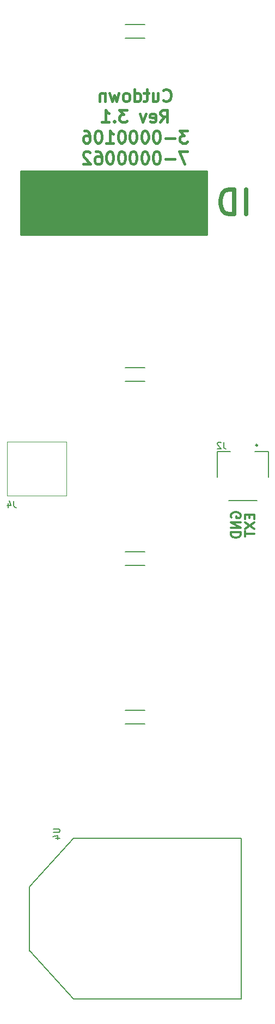
<source format=gbr>
G04 #@! TF.GenerationSoftware,KiCad,Pcbnew,(5.1.7)-1*
G04 #@! TF.CreationDate,2021-11-09T10:37:56-06:00*
G04 #@! TF.ProjectId,cutdown,63757464-6f77-46e2-9e6b-696361645f70,3.1*
G04 #@! TF.SameCoordinates,Original*
G04 #@! TF.FileFunction,Legend,Bot*
G04 #@! TF.FilePolarity,Positive*
%FSLAX46Y46*%
G04 Gerber Fmt 4.6, Leading zero omitted, Abs format (unit mm)*
G04 Created by KiCad (PCBNEW (5.1.7)-1) date 2021-11-09 10:37:56*
%MOMM*%
%LPD*%
G01*
G04 APERTURE LIST*
%ADD10C,0.635000*%
%ADD11C,0.381000*%
%ADD12C,0.300000*%
%ADD13C,0.120000*%
%ADD14C,0.150000*%
%ADD15C,0.127000*%
%ADD16C,0.152400*%
%ADD17C,0.254000*%
%ADD18C,0.100000*%
G04 APERTURE END LIST*
D10*
X140970000Y-54809571D02*
X140970000Y-50999571D01*
X139155714Y-54809571D02*
X139155714Y-50999571D01*
X138248571Y-50999571D01*
X137704285Y-51181000D01*
X137341428Y-51543857D01*
X137160000Y-51906714D01*
X136978571Y-52632428D01*
X136978571Y-53176714D01*
X137160000Y-53902428D01*
X137341428Y-54265285D01*
X137704285Y-54628142D01*
X138248571Y-54809571D01*
X139155714Y-54809571D01*
D11*
X128097642Y-37097607D02*
X128188357Y-37188321D01*
X128460500Y-37279035D01*
X128641928Y-37279035D01*
X128914071Y-37188321D01*
X129095500Y-37006892D01*
X129186214Y-36825464D01*
X129276928Y-36462607D01*
X129276928Y-36190464D01*
X129186214Y-35827607D01*
X129095500Y-35646178D01*
X128914071Y-35464750D01*
X128641928Y-35374035D01*
X128460500Y-35374035D01*
X128188357Y-35464750D01*
X128097642Y-35555464D01*
X126464785Y-36009035D02*
X126464785Y-37279035D01*
X127281214Y-36009035D02*
X127281214Y-37006892D01*
X127190500Y-37188321D01*
X127009071Y-37279035D01*
X126736928Y-37279035D01*
X126555500Y-37188321D01*
X126464785Y-37097607D01*
X125829785Y-36009035D02*
X125104071Y-36009035D01*
X125557642Y-35374035D02*
X125557642Y-37006892D01*
X125466928Y-37188321D01*
X125285500Y-37279035D01*
X125104071Y-37279035D01*
X123652642Y-37279035D02*
X123652642Y-35374035D01*
X123652642Y-37188321D02*
X123834071Y-37279035D01*
X124196928Y-37279035D01*
X124378357Y-37188321D01*
X124469071Y-37097607D01*
X124559785Y-36916178D01*
X124559785Y-36371892D01*
X124469071Y-36190464D01*
X124378357Y-36099750D01*
X124196928Y-36009035D01*
X123834071Y-36009035D01*
X123652642Y-36099750D01*
X122473357Y-37279035D02*
X122654785Y-37188321D01*
X122745500Y-37097607D01*
X122836214Y-36916178D01*
X122836214Y-36371892D01*
X122745500Y-36190464D01*
X122654785Y-36099750D01*
X122473357Y-36009035D01*
X122201214Y-36009035D01*
X122019785Y-36099750D01*
X121929071Y-36190464D01*
X121838357Y-36371892D01*
X121838357Y-36916178D01*
X121929071Y-37097607D01*
X122019785Y-37188321D01*
X122201214Y-37279035D01*
X122473357Y-37279035D01*
X121203357Y-36009035D02*
X120840500Y-37279035D01*
X120477642Y-36371892D01*
X120114785Y-37279035D01*
X119751928Y-36009035D01*
X119026214Y-36009035D02*
X119026214Y-37279035D01*
X119026214Y-36190464D02*
X118935500Y-36099750D01*
X118754071Y-36009035D01*
X118481928Y-36009035D01*
X118300500Y-36099750D01*
X118209785Y-36281178D01*
X118209785Y-37279035D01*
X127644071Y-40517535D02*
X128279071Y-39610392D01*
X128732642Y-40517535D02*
X128732642Y-38612535D01*
X128006928Y-38612535D01*
X127825500Y-38703250D01*
X127734785Y-38793964D01*
X127644071Y-38975392D01*
X127644071Y-39247535D01*
X127734785Y-39428964D01*
X127825500Y-39519678D01*
X128006928Y-39610392D01*
X128732642Y-39610392D01*
X126101928Y-40426821D02*
X126283357Y-40517535D01*
X126646214Y-40517535D01*
X126827642Y-40426821D01*
X126918357Y-40245392D01*
X126918357Y-39519678D01*
X126827642Y-39338250D01*
X126646214Y-39247535D01*
X126283357Y-39247535D01*
X126101928Y-39338250D01*
X126011214Y-39519678D01*
X126011214Y-39701107D01*
X126918357Y-39882535D01*
X125376214Y-39247535D02*
X124922642Y-40517535D01*
X124469071Y-39247535D01*
X122473357Y-38612535D02*
X121294071Y-38612535D01*
X121929071Y-39338250D01*
X121656928Y-39338250D01*
X121475500Y-39428964D01*
X121384785Y-39519678D01*
X121294071Y-39701107D01*
X121294071Y-40154678D01*
X121384785Y-40336107D01*
X121475500Y-40426821D01*
X121656928Y-40517535D01*
X122201214Y-40517535D01*
X122382642Y-40426821D01*
X122473357Y-40336107D01*
X120477642Y-40336107D02*
X120386928Y-40426821D01*
X120477642Y-40517535D01*
X120568357Y-40426821D01*
X120477642Y-40336107D01*
X120477642Y-40517535D01*
X118572642Y-40517535D02*
X119661214Y-40517535D01*
X119116928Y-40517535D02*
X119116928Y-38612535D01*
X119298357Y-38884678D01*
X119479785Y-39066107D01*
X119661214Y-39156821D01*
X131862285Y-41851035D02*
X130683000Y-41851035D01*
X131318000Y-42576750D01*
X131045857Y-42576750D01*
X130864428Y-42667464D01*
X130773714Y-42758178D01*
X130683000Y-42939607D01*
X130683000Y-43393178D01*
X130773714Y-43574607D01*
X130864428Y-43665321D01*
X131045857Y-43756035D01*
X131590142Y-43756035D01*
X131771571Y-43665321D01*
X131862285Y-43574607D01*
X129866571Y-43030321D02*
X128415142Y-43030321D01*
X127145142Y-41851035D02*
X126963714Y-41851035D01*
X126782285Y-41941750D01*
X126691571Y-42032464D01*
X126600857Y-42213892D01*
X126510142Y-42576750D01*
X126510142Y-43030321D01*
X126600857Y-43393178D01*
X126691571Y-43574607D01*
X126782285Y-43665321D01*
X126963714Y-43756035D01*
X127145142Y-43756035D01*
X127326571Y-43665321D01*
X127417285Y-43574607D01*
X127508000Y-43393178D01*
X127598714Y-43030321D01*
X127598714Y-42576750D01*
X127508000Y-42213892D01*
X127417285Y-42032464D01*
X127326571Y-41941750D01*
X127145142Y-41851035D01*
X125330857Y-41851035D02*
X125149428Y-41851035D01*
X124968000Y-41941750D01*
X124877285Y-42032464D01*
X124786571Y-42213892D01*
X124695857Y-42576750D01*
X124695857Y-43030321D01*
X124786571Y-43393178D01*
X124877285Y-43574607D01*
X124968000Y-43665321D01*
X125149428Y-43756035D01*
X125330857Y-43756035D01*
X125512285Y-43665321D01*
X125603000Y-43574607D01*
X125693714Y-43393178D01*
X125784428Y-43030321D01*
X125784428Y-42576750D01*
X125693714Y-42213892D01*
X125603000Y-42032464D01*
X125512285Y-41941750D01*
X125330857Y-41851035D01*
X123516571Y-41851035D02*
X123335142Y-41851035D01*
X123153714Y-41941750D01*
X123063000Y-42032464D01*
X122972285Y-42213892D01*
X122881571Y-42576750D01*
X122881571Y-43030321D01*
X122972285Y-43393178D01*
X123063000Y-43574607D01*
X123153714Y-43665321D01*
X123335142Y-43756035D01*
X123516571Y-43756035D01*
X123698000Y-43665321D01*
X123788714Y-43574607D01*
X123879428Y-43393178D01*
X123970142Y-43030321D01*
X123970142Y-42576750D01*
X123879428Y-42213892D01*
X123788714Y-42032464D01*
X123698000Y-41941750D01*
X123516571Y-41851035D01*
X121702285Y-41851035D02*
X121520857Y-41851035D01*
X121339428Y-41941750D01*
X121248714Y-42032464D01*
X121158000Y-42213892D01*
X121067285Y-42576750D01*
X121067285Y-43030321D01*
X121158000Y-43393178D01*
X121248714Y-43574607D01*
X121339428Y-43665321D01*
X121520857Y-43756035D01*
X121702285Y-43756035D01*
X121883714Y-43665321D01*
X121974428Y-43574607D01*
X122065142Y-43393178D01*
X122155857Y-43030321D01*
X122155857Y-42576750D01*
X122065142Y-42213892D01*
X121974428Y-42032464D01*
X121883714Y-41941750D01*
X121702285Y-41851035D01*
X119253000Y-43756035D02*
X120341571Y-43756035D01*
X119797285Y-43756035D02*
X119797285Y-41851035D01*
X119978714Y-42123178D01*
X120160142Y-42304607D01*
X120341571Y-42395321D01*
X118073714Y-41851035D02*
X117892285Y-41851035D01*
X117710857Y-41941750D01*
X117620142Y-42032464D01*
X117529428Y-42213892D01*
X117438714Y-42576750D01*
X117438714Y-43030321D01*
X117529428Y-43393178D01*
X117620142Y-43574607D01*
X117710857Y-43665321D01*
X117892285Y-43756035D01*
X118073714Y-43756035D01*
X118255142Y-43665321D01*
X118345857Y-43574607D01*
X118436571Y-43393178D01*
X118527285Y-43030321D01*
X118527285Y-42576750D01*
X118436571Y-42213892D01*
X118345857Y-42032464D01*
X118255142Y-41941750D01*
X118073714Y-41851035D01*
X115805857Y-41851035D02*
X116168714Y-41851035D01*
X116350142Y-41941750D01*
X116440857Y-42032464D01*
X116622285Y-42304607D01*
X116713000Y-42667464D01*
X116713000Y-43393178D01*
X116622285Y-43574607D01*
X116531571Y-43665321D01*
X116350142Y-43756035D01*
X115987285Y-43756035D01*
X115805857Y-43665321D01*
X115715142Y-43574607D01*
X115624428Y-43393178D01*
X115624428Y-42939607D01*
X115715142Y-42758178D01*
X115805857Y-42667464D01*
X115987285Y-42576750D01*
X116350142Y-42576750D01*
X116531571Y-42667464D01*
X116622285Y-42758178D01*
X116713000Y-42939607D01*
X131862285Y-45089535D02*
X130592285Y-45089535D01*
X131408714Y-46994535D01*
X129866571Y-46268821D02*
X128415142Y-46268821D01*
X127145142Y-45089535D02*
X126963714Y-45089535D01*
X126782285Y-45180250D01*
X126691571Y-45270964D01*
X126600857Y-45452392D01*
X126510142Y-45815250D01*
X126510142Y-46268821D01*
X126600857Y-46631678D01*
X126691571Y-46813107D01*
X126782285Y-46903821D01*
X126963714Y-46994535D01*
X127145142Y-46994535D01*
X127326571Y-46903821D01*
X127417285Y-46813107D01*
X127508000Y-46631678D01*
X127598714Y-46268821D01*
X127598714Y-45815250D01*
X127508000Y-45452392D01*
X127417285Y-45270964D01*
X127326571Y-45180250D01*
X127145142Y-45089535D01*
X125330857Y-45089535D02*
X125149428Y-45089535D01*
X124968000Y-45180250D01*
X124877285Y-45270964D01*
X124786571Y-45452392D01*
X124695857Y-45815250D01*
X124695857Y-46268821D01*
X124786571Y-46631678D01*
X124877285Y-46813107D01*
X124968000Y-46903821D01*
X125149428Y-46994535D01*
X125330857Y-46994535D01*
X125512285Y-46903821D01*
X125603000Y-46813107D01*
X125693714Y-46631678D01*
X125784428Y-46268821D01*
X125784428Y-45815250D01*
X125693714Y-45452392D01*
X125603000Y-45270964D01*
X125512285Y-45180250D01*
X125330857Y-45089535D01*
X123516571Y-45089535D02*
X123335142Y-45089535D01*
X123153714Y-45180250D01*
X123063000Y-45270964D01*
X122972285Y-45452392D01*
X122881571Y-45815250D01*
X122881571Y-46268821D01*
X122972285Y-46631678D01*
X123063000Y-46813107D01*
X123153714Y-46903821D01*
X123335142Y-46994535D01*
X123516571Y-46994535D01*
X123698000Y-46903821D01*
X123788714Y-46813107D01*
X123879428Y-46631678D01*
X123970142Y-46268821D01*
X123970142Y-45815250D01*
X123879428Y-45452392D01*
X123788714Y-45270964D01*
X123698000Y-45180250D01*
X123516571Y-45089535D01*
X121702285Y-45089535D02*
X121520857Y-45089535D01*
X121339428Y-45180250D01*
X121248714Y-45270964D01*
X121158000Y-45452392D01*
X121067285Y-45815250D01*
X121067285Y-46268821D01*
X121158000Y-46631678D01*
X121248714Y-46813107D01*
X121339428Y-46903821D01*
X121520857Y-46994535D01*
X121702285Y-46994535D01*
X121883714Y-46903821D01*
X121974428Y-46813107D01*
X122065142Y-46631678D01*
X122155857Y-46268821D01*
X122155857Y-45815250D01*
X122065142Y-45452392D01*
X121974428Y-45270964D01*
X121883714Y-45180250D01*
X121702285Y-45089535D01*
X119888000Y-45089535D02*
X119706571Y-45089535D01*
X119525142Y-45180250D01*
X119434428Y-45270964D01*
X119343714Y-45452392D01*
X119253000Y-45815250D01*
X119253000Y-46268821D01*
X119343714Y-46631678D01*
X119434428Y-46813107D01*
X119525142Y-46903821D01*
X119706571Y-46994535D01*
X119888000Y-46994535D01*
X120069428Y-46903821D01*
X120160142Y-46813107D01*
X120250857Y-46631678D01*
X120341571Y-46268821D01*
X120341571Y-45815250D01*
X120250857Y-45452392D01*
X120160142Y-45270964D01*
X120069428Y-45180250D01*
X119888000Y-45089535D01*
X117620142Y-45089535D02*
X117983000Y-45089535D01*
X118164428Y-45180250D01*
X118255142Y-45270964D01*
X118436571Y-45543107D01*
X118527285Y-45905964D01*
X118527285Y-46631678D01*
X118436571Y-46813107D01*
X118345857Y-46903821D01*
X118164428Y-46994535D01*
X117801571Y-46994535D01*
X117620142Y-46903821D01*
X117529428Y-46813107D01*
X117438714Y-46631678D01*
X117438714Y-46178107D01*
X117529428Y-45996678D01*
X117620142Y-45905964D01*
X117801571Y-45815250D01*
X118164428Y-45815250D01*
X118345857Y-45905964D01*
X118436571Y-45996678D01*
X118527285Y-46178107D01*
X116713000Y-45270964D02*
X116622285Y-45180250D01*
X116440857Y-45089535D01*
X115987285Y-45089535D01*
X115805857Y-45180250D01*
X115715142Y-45270964D01*
X115624428Y-45452392D01*
X115624428Y-45633821D01*
X115715142Y-45905964D01*
X116803714Y-46994535D01*
X115624428Y-46994535D01*
D12*
X141497857Y-101516857D02*
X141497857Y-102016857D01*
X142283571Y-102231142D02*
X142283571Y-101516857D01*
X140783571Y-101516857D01*
X140783571Y-102231142D01*
X140783571Y-102731142D02*
X142283571Y-103731142D01*
X140783571Y-103731142D02*
X142283571Y-102731142D01*
X140783571Y-104088285D02*
X140783571Y-104945428D01*
X142283571Y-104516857D02*
X140783571Y-104516857D01*
X138696000Y-101981142D02*
X138624571Y-101838285D01*
X138624571Y-101624000D01*
X138696000Y-101409714D01*
X138838857Y-101266857D01*
X138981714Y-101195428D01*
X139267428Y-101124000D01*
X139481714Y-101124000D01*
X139767428Y-101195428D01*
X139910285Y-101266857D01*
X140053142Y-101409714D01*
X140124571Y-101624000D01*
X140124571Y-101766857D01*
X140053142Y-101981142D01*
X139981714Y-102052571D01*
X139481714Y-102052571D01*
X139481714Y-101766857D01*
X140124571Y-102695428D02*
X138624571Y-102695428D01*
X140124571Y-103552571D01*
X138624571Y-103552571D01*
X140124571Y-104266857D02*
X138624571Y-104266857D01*
X138624571Y-104624000D01*
X138696000Y-104838285D01*
X138838857Y-104981142D01*
X138981714Y-105052571D01*
X139267428Y-105124000D01*
X139481714Y-105124000D01*
X139767428Y-105052571D01*
X139910285Y-104981142D01*
X140053142Y-104838285D01*
X140124571Y-104624000D01*
X140124571Y-104266857D01*
D13*
X103829000Y-90161000D02*
X113029000Y-90161000D01*
X103829000Y-98561000D02*
X103829000Y-90161000D01*
X113029000Y-98561000D02*
X103829000Y-98561000D01*
X113029000Y-90161000D02*
X113029000Y-98561000D01*
D14*
X140262000Y-176838000D02*
X140262000Y-151838000D01*
X134366000Y-151838000D02*
X114173000Y-151838000D01*
X107322000Y-169338000D02*
X107322000Y-159338000D01*
X134366000Y-176838000D02*
X114173000Y-176838000D01*
X107340400Y-169367200D02*
X114147600Y-176834800D01*
X107340400Y-159308800D02*
X114147600Y-151841200D01*
X134366000Y-151841200D02*
X140258800Y-151841200D01*
X134366000Y-176834800D02*
X140258800Y-176834800D01*
D15*
X136512000Y-95725000D02*
X136512000Y-91725000D01*
X142662000Y-99325000D02*
X138262000Y-99325000D01*
D12*
X142712000Y-90725000D02*
G75*
G03*
X142712000Y-90725000I-100000J0D01*
G01*
D15*
X144412000Y-91725000D02*
X144412000Y-95725000D01*
X142362000Y-91725000D02*
X144412000Y-91725000D01*
X136512000Y-91725000D02*
X138562000Y-91725000D01*
X122148000Y-27481000D02*
X125248000Y-27481000D01*
X122148000Y-25351000D02*
X125248000Y-25351000D01*
X122148000Y-78691000D02*
X125248000Y-78691000D01*
X122148000Y-80821000D02*
X125248000Y-80821000D01*
X122148000Y-134034000D02*
X125248000Y-134034000D01*
X122148000Y-131904000D02*
X125248000Y-131904000D01*
X122148000Y-109396000D02*
X125248000Y-109396000D01*
X122148000Y-107266000D02*
X125248000Y-107266000D01*
D14*
X104854333Y-99401380D02*
X104854333Y-100115666D01*
X104901952Y-100258523D01*
X104997190Y-100353761D01*
X105140047Y-100401380D01*
X105235285Y-100401380D01*
X103949571Y-99734714D02*
X103949571Y-100401380D01*
X104187666Y-99353761D02*
X104425761Y-100068047D01*
X103806714Y-100068047D01*
X111009180Y-150368095D02*
X111818704Y-150368095D01*
X111913942Y-150415714D01*
X111961561Y-150463333D01*
X112009180Y-150558571D01*
X112009180Y-150749047D01*
X111961561Y-150844285D01*
X111913942Y-150891904D01*
X111818704Y-150939523D01*
X111009180Y-150939523D01*
X111342514Y-151844285D02*
X112009180Y-151844285D01*
X110961561Y-151606190D02*
X111675847Y-151368095D01*
X111675847Y-151987142D01*
D16*
X137494063Y-90256182D02*
X137494063Y-90972031D01*
X137541786Y-91115201D01*
X137637232Y-91210647D01*
X137780402Y-91258371D01*
X137875849Y-91258371D01*
X137064553Y-90351628D02*
X137016830Y-90303905D01*
X136921383Y-90256182D01*
X136682767Y-90256182D01*
X136587320Y-90303905D01*
X136539597Y-90351628D01*
X136491874Y-90447075D01*
X136491874Y-90542521D01*
X136539597Y-90685691D01*
X137112276Y-91258371D01*
X136491874Y-91258371D01*
D17*
X134878159Y-58039000D02*
X105922159Y-58039000D01*
X105922159Y-48133000D01*
X134878159Y-48133000D01*
X134878159Y-58039000D01*
D18*
G36*
X134878159Y-58039000D02*
G01*
X105922159Y-58039000D01*
X105922159Y-48133000D01*
X134878159Y-48133000D01*
X134878159Y-58039000D01*
G37*
M02*

</source>
